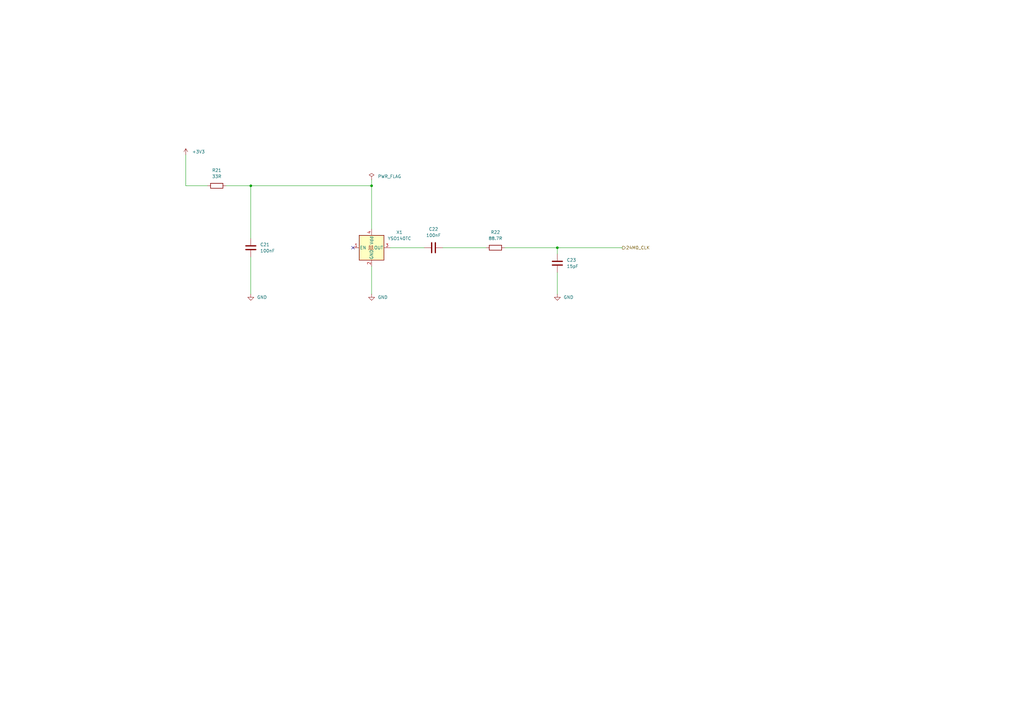
<source format=kicad_sch>
(kicad_sch (version 20231120) (generator "eeschema") (generator_version "8.0")
  (paper "A3")
  (title_block (title "CubeSat RP2040 Board") (date "2024-08-28") (rev "1") (company "Magnus Oksbøl Therkelsen") (comment 1 "Author: Magnus Oksbøl Therkelsen") (comment 2 "Checked by: "))
  (lib_symbols
    (symbol "Device:C" (pin_numbers hide) (pin_names (offset 0.254))
      (property "Reference" "C" (at 0.635 2.54 0))
      (property "Value" "C" (at 0.635 -2.54 0))
      (symbol "C_0_1"
        (polyline (pts (xy -2.032 -0.762) (xy 2.032 -0.762)) (stroke (width 0.508)))
        (polyline (pts (xy -2.032 0.762) (xy 2.032 0.762)) (stroke (width 0.508)))
      )
      (symbol "C_1_1"
        (pin passive line (at 0 3.81 270) (length 2.794) (name "~") (number "1"))
        (pin passive line (at 0 -3.81 90) (length 2.794) (name "~") (number "2"))
      )
    )
    (symbol "Device:R" (pin_numbers hide) (pin_names (offset 0))
      (property "Reference" "R" (at 2.032 0 90))
      (property "Value" "R" (at 0 0 90))
      (symbol "R_0_1"
        (rectangle (start -1.016 -2.54) (end 1.016 2.54) (stroke (width 0.254)))
      )
      (symbol "R_1_1"
        (pin passive line (at 0 3.81 270) (length 1.27) (name "~") (number "1"))
        (pin passive line (at 0 -3.81 90) (length 1.27) (name "~") (number "2"))
      )
    )
    (symbol "cubesat_rp2040:YSO140TC" (pin_names (offset 0.254))
      (property "Reference" "X" (at -5.08 6.35 0))
      (property "Value" "YSO140TC" (at 1.27 -6.35 0))
      (symbol "YSO140TC_0_1"
        (rectangle (start -5.08 5.08) (end 5.08 -5.08) (stroke (width 0.254)) (fill (type background)))
        (polyline (pts (xy -1.27 -0.762) (xy -1.016 -0.762) (xy -1.016 0.762) (xy -0.508 0.762) (xy -0.508 -0.762) (xy 0 -0.762) (xy 0 0.762) (xy 0.508 0.762) (xy 0.508 -0.762) (xy 0.762 -0.762)))
      )
      (symbol "YSO140TC_1_1"
        (pin tri_state line (at -7.62 0 0) (length 2.54) (name "EN") (number "1"))
        (pin power_in line (at 0 -7.62 90) (length 2.54) (name "GND") (number "2"))
        (pin output line (at 7.62 0 180) (length 2.54) (name "OUT") (number "3"))
        (pin power_in line (at 0 7.62 270) (length 2.54) (name "Vdd") (number "4"))
      )
    )
    (symbol "power:+3V3" (power) (pin_numbers hide) (pin_names (offset 0) hide)
      (property "Value" "+3V3" (at 0 3.556 0))
      (symbol "+3V3_0_1"
        (polyline (pts (xy -0.762 1.27) (xy 0 2.54)))
        (polyline (pts (xy 0 0) (xy 0 2.54)))
        (polyline (pts (xy 0 2.54) (xy 0.762 1.27)))
      )
      (symbol "+3V3_1_1"
        (pin power_in line (at 0 0 90) (length 0) (name "~") (number "1"))
      )
    )
    (symbol "power:GND" (power) (pin_numbers hide) (pin_names (offset 0) hide)
      (property "Value" "GND" (at 0 -3.81 0))
      (symbol "GND_0_1"
        (polyline (pts (xy 0 0) (xy 0 -1.27) (xy 1.27 -1.27) (xy 0 -2.54) (xy -1.27 -1.27) (xy 0 -1.27)))
      )
      (symbol "GND_1_1"
        (pin power_in line (at 0 0 270) (length 0) (name "~") (number "1"))
      )
    )
    (symbol "power:PWR_FLAG" (power) (pin_numbers hide) (pin_names (offset 0) hide)
      (property "Value" "PWR_FLAG" (at 0 3.81 0))
      (symbol "PWR_FLAG_0_0"
        (pin power_out line (at 0 0 90) (length 0) (name "~") (number "1"))
      )
      (symbol "PWR_FLAG_0_1"
        (polyline (pts (xy 0 0) (xy 0 1.27) (xy -1.016 1.905) (xy 0 2.54) (xy 1.016 1.905) (xy 0 1.27)))
      )
    )
  )
  (junction (at 152.4 76.2))
  (junction (at 228.6 101.6))
  (junction (at 102.87 76.2))
  (no_connect (at 144.78 101.6))
  (wire (pts (xy 207.01 101.6) (xy 228.6 101.6)))
  (wire (pts (xy 76.2 63.5) (xy 76.2 76.2)))
  (wire (pts (xy 181.61 101.6) (xy 199.39 101.6)))
  (wire (pts (xy 102.87 76.2) (xy 152.4 76.2)))
  (wire (pts (xy 160.02 101.6) (xy 173.99 101.6)))
  (wire (pts (xy 152.4 73.66) (xy 152.4 76.2)))
  (wire (pts (xy 228.6 101.6) (xy 255.27 101.6)))
  (wire (pts (xy 102.87 76.2) (xy 102.87 97.79)))
  (wire (pts (xy 228.6 111.76) (xy 228.6 120.65)))
  (wire (pts (xy 152.4 76.2) (xy 152.4 93.98)))
  (wire (pts (xy 152.4 109.22) (xy 152.4 120.65)))
  (wire (pts (xy 228.6 101.6) (xy 228.6 104.14)))
  (wire (pts (xy 92.71 76.2) (xy 102.87 76.2)))
  (wire (pts (xy 76.2 76.2) (xy 85.09 76.2)))
  (wire (pts (xy 102.87 105.41) (xy 102.87 120.65)))
  (hierarchical_label "24M0_CLK" (shape output) (at 255.27 101.6 0))
  (symbol (lib_id "Device:C") (at 177.8 101.6 90) (unit 1)
    (property "Reference" "C22" (at 177.8 93.98 90))
    (property "Value" "100nF" (at 177.8 96.52 90))
    (property "Footprint" "cubesat_rp2040:C_0402_1005Metric" (effects (hide yes)))
    (property "Description" "Unpolarized capacitor" (effects (hide yes)))
    (property "MANUFACTURER" "Samsung Electro-Mechanics" (effects (hide yes)))
    (property "Manufacturer_Name" "Samsung Electro-Mechanics" (effects (hide yes)))
    (property "Manufacturer_Part_Number" "CL05B104KB5NNNC" (effects (hide yes)))
    (property "LCSC_Part_Number" "C960916" (effects (hide yes)))
  )
  (symbol (lib_id "power:GND") (at 152.4 120.65 0) (unit 1)
    (property "Reference" "#PWR045" (effects (hide yes)))
    (property "Value" "GND" (at 154.94 121.9199 0) (effects (justify left)))
    (property "Description" "Power symbol creates a global label with name \"GND\" , ground" (effects (hide yes)))
  )
  (symbol (lib_id "Device:C") (at 228.6 107.95 180) (unit 1)
    (property "Reference" "C23" (at 232.41 106.6799 0) (effects (justify right)))
    (property "Value" "15pF" (at 232.41 109.2199 0) (effects (justify right)))
    (property "Footprint" "cubesat_rp2040:C_0402_1005Metric" (effects (hide yes)))
    (property "Description" "Unpolarized capacitor" (effects (hide yes)))
    (property "MANUFACTURER" "Samsung Electro-Mechanics" (effects (hide yes)))
    (property "Manufacturer_Name" "Samsung Electro-Mechanics" (effects (hide yes)))
    (property "Manufacturer_Part_Number" "CL05C150JB5NNNC" (effects (hide yes)))
    (property "LCSC_Part_Number" "C86285" (effects (hide yes)))
  )
  (symbol (lib_id "power:+3V3") (at 76.2 63.5 0) (unit 1)
    (property "Reference" "#PWR043" (effects (hide yes)))
    (property "Value" "+3V3" (at 78.74 62.2299 0) (effects (justify left)))
    (property "Description" "Power symbol creates a global label with name \"+3V3\"" (effects (hide yes)))
  )
  (symbol (lib_id "Device:R") (at 88.9 76.2 90) (unit 1)
    (property "Reference" "R21" (at 88.9 69.85 90))
    (property "Value" "33R" (at 88.9 72.39 90))
    (property "Footprint" "cubesat_rp2040:R_0402_1005Metric" (effects (hide yes)))
    (property "Description" "Resistor" (effects (hide yes)))
    (property "MANUFACTURER" "Vishay" (effects (hide yes)))
    (property "Manufacturer_Name" "UNI-ROYAL(Uniroyal Elec)" (effects (hide yes)))
    (property "Manufacturer_Part_Number" "0402WGJ0330TCE" (effects (hide yes)))
    (property "LCSC_Part_Number" "C25161" (effects (hide yes)))
  )
  (symbol (lib_id "power:GND") (at 102.87 120.65 0) (unit 1)
    (property "Reference" "#PWR044" (effects (hide yes)))
    (property "Value" "GND" (at 105.41 121.9199 0) (effects (justify left)))
    (property "Description" "Power symbol creates a global label with name \"GND\" , ground" (effects (hide yes)))
  )
  (symbol (lib_id "Device:C") (at 102.87 101.6 0) (unit 1)
    (property "Reference" "C21" (at 106.68 100.3299 0) (effects (justify left)))
    (property "Value" "100nF" (at 106.68 102.8699 0) (effects (justify left)))
    (property "Footprint" "cubesat_rp2040:C_0402_1005Metric" (effects (hide yes)))
    (property "Description" "Unpolarized capacitor" (effects (hide yes)))
    (property "MANUFACTURER" "Samsung Electro-Mechanics" (effects (hide yes)))
    (property "Manufacturer_Name" "Samsung Electro-Mechanics" (effects (hide yes)))
    (property "Manufacturer_Part_Number" "CL05B104KB5NNNC" (effects (hide yes)))
    (property "LCSC_Part_Number" "C960916" (effects (hide yes)))
  )
  (symbol (lib_id "power:PWR_FLAG") (at 152.4 73.66 0) (unit 1)
    (property "Reference" "#FLG04" (effects (hide yes)))
    (property "Value" "PWR_FLAG" (at 154.94 72.3899 0) (effects (justify left)))
    (property "Description" "Special symbol for telling ERC where power comes from" (effects (hide yes)))
  )
  (symbol (lib_id "power:GND") (at 228.6 120.65 0) (unit 1)
    (property "Reference" "#PWR046" (effects (hide yes)))
    (property "Value" "GND" (at 231.14 121.9199 0) (effects (justify left)))
    (property "Description" "Power symbol creates a global label with name \"GND\" , ground" (effects (hide yes)))
  )
  (symbol (lib_id "cubesat_rp2040:YSO140TC") (at 152.4 101.6 0) (unit 1)
    (property "Reference" "X1" (at 163.83 95.2814 0))
    (property "Value" "YSO140TC" (at 163.83 97.8214 0))
    (property "Footprint" "cubesat_rp2040:Oscillator_SMD_YXC_YSO140TC_4Pin_3.2x2.5mm" (effects (hide yes)))
    (property "Datasheet" "https://image.seapx.com/mall/yangxin/3/20240301/YXC-YSO140TC-datesheet-V2-327808.pdf" (effects (hide yes)))
    (property "Description" "Automotive Grade TCXO (Temperature Compensated Crystal Oscillator)" (effects (hide yes)))
    (property "LCSC_Part_Number" "C19078204" (effects (hide yes)))
    (property "Manufacturer_Name" "YXC Crystal Oscillators" (effects (hide yes)))
    (property "Manufacturer_Part_Number" "OC2EL89CJO-113YLC-24M" (effects (hide yes)))
  )
  (symbol (lib_id "Device:R") (at 203.2 101.6 90) (unit 1)
    (property "Reference" "R22" (at 203.2 95.25 90))
    (property "Value" "88.7R" (at 203.2 97.79 90))
    (property "Footprint" "cubesat_rp2040:R_0402_1005Metric" (effects (hide yes)))
    (property "Description" "Resistor" (effects (hide yes)))
    (property "MANUFACTURER" "Vishay" (effects (hide yes)))
    (property "Manufacturer_Name" "UNI-ROYAL(Uniroyal Elec)" (effects (hide yes)))
    (property "Manufacturer_Part_Number" "0402WGF887JTCE" (effects (hide yes)))
    (property "LCSC_Part_Number" "C423126" (effects (hide yes)))
  )
)
</source>
